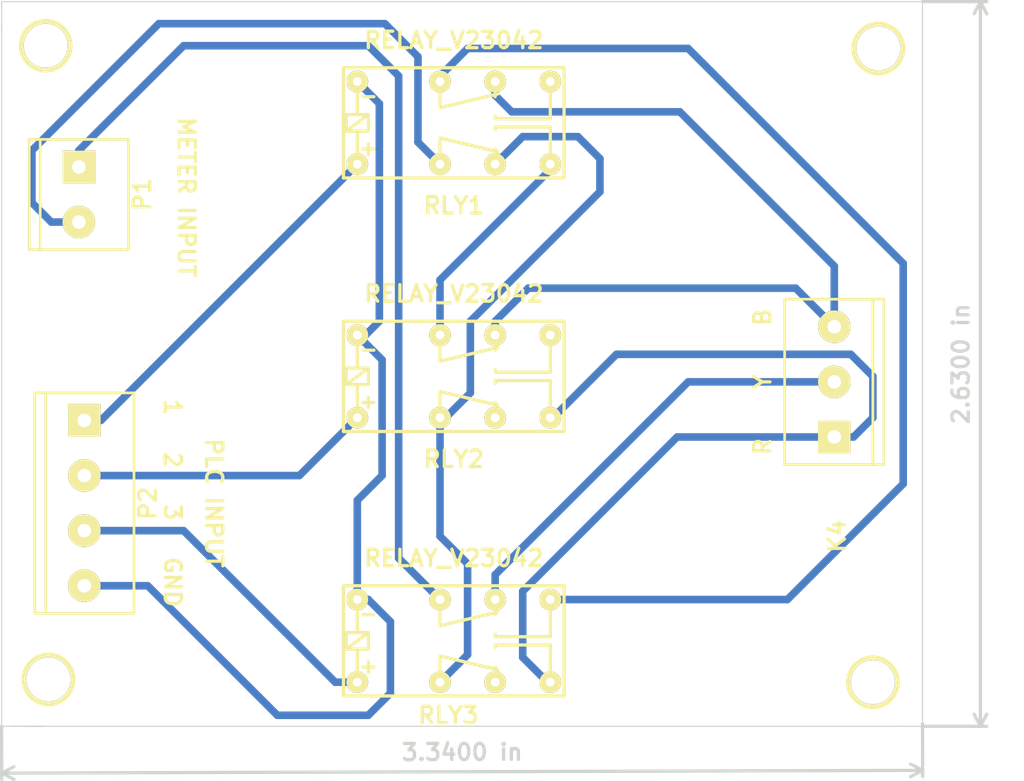
<source format=kicad_pcb>
(kicad_pcb (version 3) (host pcbnew "(2013-07-07 BZR 4022)-stable")

  (general
    (links 17)
    (no_connects 0)
    (area 121.5136 100.4316 221.040582 174.15)
    (thickness 1.6)
    (drawings 22)
    (tracks 82)
    (zones 0)
    (modules 10)
    (nets 13)
  )

  (page A3)
  (layers
    (15 F.Cu signal)
    (0 B.Cu signal)
    (16 B.Adhes user)
    (17 F.Adhes user)
    (18 B.Paste user)
    (19 F.Paste user)
    (20 B.SilkS user)
    (21 F.SilkS user)
    (22 B.Mask user)
    (23 F.Mask user)
    (24 Dwgs.User user)
    (25 Cmts.User user)
    (26 Eco1.User user)
    (27 Eco2.User user)
    (28 Edge.Cuts user)
  )

  (setup
    (last_trace_width 0.7)
    (trace_clearance 0.254)
    (zone_clearance 0.508)
    (zone_45_only no)
    (trace_min 0.254)
    (segment_width 0.2)
    (edge_width 0.1)
    (via_size 0.889)
    (via_drill 0.635)
    (via_min_size 0.889)
    (via_min_drill 0.508)
    (uvia_size 0.508)
    (uvia_drill 0.127)
    (uvias_allowed no)
    (uvia_min_size 0.508)
    (uvia_min_drill 0.127)
    (pcb_text_width 0.3)
    (pcb_text_size 1.5 1.5)
    (mod_edge_width 0.15)
    (mod_text_size 1 1)
    (mod_text_width 0.15)
    (pad_size 4.064 4.064)
    (pad_drill 4)
    (pad_to_mask_clearance 0)
    (aux_axis_origin 0 0)
    (visible_elements 7FFFFFFF)
    (pcbplotparams
      (layerselection 276070401)
      (usegerberextensions true)
      (excludeedgelayer true)
      (linewidth 0.150000)
      (plotframeref false)
      (viasonmask false)
      (mode 1)
      (useauxorigin false)
      (hpglpennumber 1)
      (hpglpenspeed 20)
      (hpglpendiameter 15)
      (hpglpenoverlay 2)
      (psnegative false)
      (psa4output false)
      (plotreference true)
      (plotvalue true)
      (plotothertext true)
      (plotinvisibletext false)
      (padsonsilk false)
      (subtractmaskfromsilk false)
      (outputformat 1)
      (mirror false)
      (drillshape 0)
      (scaleselection 1)
      (outputdirectory gerber/))
  )

  (net 0 "")
  (net 1 /B)
  (net 2 /GND)
  (net 3 /K1)
  (net 4 /K2)
  (net 5 /K3)
  (net 6 /M1)
  (net 7 /M2)
  (net 8 /R)
  (net 9 /R1_NC)
  (net 10 /R1_NC_R2_NC)
  (net 11 /R3_NO)
  (net 12 /Y)

  (net_class Default "This is the default net class."
    (clearance 0.254)
    (trace_width 0.7)
    (via_dia 0.889)
    (via_drill 0.635)
    (uvia_dia 0.508)
    (uvia_drill 0.127)
    (add_net "")
    (add_net /B)
    (add_net /GND)
    (add_net /K1)
    (add_net /K2)
    (add_net /K3)
    (add_net /M1)
    (add_net /M2)
    (add_net /R)
    (add_net /R1_NC)
    (add_net /R1_NC_R2_NC)
    (add_net /R3_NO)
    (add_net /Y)
  )

  (module relay_V23042 (layer F.Cu) (tedit 4B90E23C) (tstamp 553038B6)
    (at 163.068 109.22)
    (descr "relay, V23042 series")
    (path /552F99C1)
    (fp_text reference RLY1 (at 0 7.62) (layer F.SilkS)
      (effects (font (size 1.524 1.524) (thickness 0.3048)))
    )
    (fp_text value RELAY_V23042 (at 0 -7.62) (layer F.SilkS)
      (effects (font (size 1.524 1.524) (thickness 0.3048)))
    )
    (fp_line (start 3.81 0.381) (end 3.81 0.635) (layer F.SilkS) (width 0.3048))
    (fp_line (start 3.81 -0.381) (end 3.81 -0.635) (layer F.SilkS) (width 0.3048))
    (fp_line (start -1.27 -1.397) (end 4.064 -2.667) (layer F.SilkS) (width 0.3048))
    (fp_line (start 3.81 -2.413) (end 3.81 -3.81) (layer F.SilkS) (width 0.3048))
    (fp_line (start 8.89 -0.381) (end 3.81 -0.381) (layer F.SilkS) (width 0.3048))
    (fp_line (start 8.89 -0.381) (end 8.89 -3.81) (layer F.SilkS) (width 0.3048))
    (fp_line (start -1.27 -1.397) (end -1.27 -3.81) (layer F.SilkS) (width 0.3048))
    (fp_line (start -1.27 3.81) (end -1.27 1.397) (layer F.SilkS) (width 0.3048))
    (fp_line (start -1.27 1.397) (end 4.064 2.667) (layer F.SilkS) (width 0.3048))
    (fp_line (start 8.89 3.81) (end 8.89 0.381) (layer F.SilkS) (width 0.3048))
    (fp_line (start 8.89 0.381) (end 3.81 0.381) (layer F.SilkS) (width 0.3048))
    (fp_line (start 3.81 3.81) (end 3.81 2.413) (layer F.SilkS) (width 0.3048))
    (fp_line (start -7.366 -2.413) (end -8.382 -2.413) (layer F.SilkS) (width 0.3048))
    (fp_line (start -7.366 2.413) (end -8.382 2.413) (layer F.SilkS) (width 0.3048))
    (fp_line (start -7.874 1.905) (end -7.874 2.921) (layer F.SilkS) (width 0.3048))
    (fp_line (start -8.89 3.81) (end -8.89 0.762) (layer F.SilkS) (width 0.3048))
    (fp_line (start -8.89 -3.81) (end -8.89 -0.762) (layer F.SilkS) (width 0.3048))
    (fp_line (start -9.906 0.762) (end -7.874 -0.762) (layer F.SilkS) (width 0.3048))
    (fp_line (start -9.906 -0.762) (end -7.874 -0.762) (layer F.SilkS) (width 0.3048))
    (fp_line (start -7.874 -0.762) (end -7.874 0.762) (layer F.SilkS) (width 0.3048))
    (fp_line (start -7.874 0.762) (end -9.906 0.762) (layer F.SilkS) (width 0.3048))
    (fp_line (start -9.906 0.762) (end -9.906 -0.762) (layer F.SilkS) (width 0.3048))
    (fp_line (start -10.16 -5.08) (end -10.16 5.08) (layer F.SilkS) (width 0.3048))
    (fp_line (start -10.16 5.08) (end 10.16 5.08) (layer F.SilkS) (width 0.3048))
    (fp_line (start 10.16 5.08) (end 10.16 -5.08) (layer F.SilkS) (width 0.3048))
    (fp_line (start 10.16 -5.08) (end -10.16 -5.08) (layer F.SilkS) (width 0.3048))
    (pad 1 thru_hole circle (at -8.89 3.81) (size 1.99898 1.99898) (drill 0.8001)
      (layers *.Cu *.Mask F.SilkS)
      (net 3 /K1)
    )
    (pad 4 thru_hole circle (at -1.27 3.81) (size 1.99898 1.99898) (drill 0.8001)
      (layers *.Cu *.Mask F.SilkS)
      (net 6 /M1)
    )
    (pad 6 thru_hole circle (at 3.81 3.81) (size 1.99898 1.99898) (drill 0.8001)
      (layers *.Cu *.Mask F.SilkS)
      (net 9 /R1_NC)
    )
    (pad 8 thru_hole circle (at 8.89 3.81) (size 1.99898 1.99898) (drill 0.8001)
      (layers *.Cu *.Mask F.SilkS)
      (net 10 /R1_NC_R2_NC)
    )
    (pad 9 thru_hole circle (at 8.89 -3.81) (size 1.99898 1.99898) (drill 0.8001)
      (layers *.Cu *.Mask F.SilkS)
    )
    (pad 11 thru_hole circle (at 3.81 -3.81) (size 1.99898 1.99898) (drill 0.8001)
      (layers *.Cu *.Mask F.SilkS)
      (net 8 /R)
    )
    (pad 13 thru_hole circle (at -1.27 -3.81) (size 1.99898 1.99898) (drill 0.8001)
      (layers *.Cu *.Mask F.SilkS)
      (net 11 /R3_NO)
    )
    (pad 16 thru_hole circle (at -8.89 -3.81) (size 1.99898 1.99898) (drill 0.8001)
      (layers *.Cu *.Mask F.SilkS)
      (net 2 /GND)
    )
    (model walter/relay/relay_V23042.wrl
      (at (xyz 0 0 0))
      (scale (xyz 1 1 1))
      (rotate (xyz 0 0 0))
    )
  )

  (module relay_V23042 (layer F.Cu) (tedit 4B90E23C) (tstamp 553038DC)
    (at 163.068 132.588)
    (descr "relay, V23042 series")
    (path /552F9A2F)
    (fp_text reference RLY2 (at 0 7.62) (layer F.SilkS)
      (effects (font (size 1.524 1.524) (thickness 0.3048)))
    )
    (fp_text value RELAY_V23042 (at 0 -7.62) (layer F.SilkS)
      (effects (font (size 1.524 1.524) (thickness 0.3048)))
    )
    (fp_line (start 3.81 0.381) (end 3.81 0.635) (layer F.SilkS) (width 0.3048))
    (fp_line (start 3.81 -0.381) (end 3.81 -0.635) (layer F.SilkS) (width 0.3048))
    (fp_line (start -1.27 -1.397) (end 4.064 -2.667) (layer F.SilkS) (width 0.3048))
    (fp_line (start 3.81 -2.413) (end 3.81 -3.81) (layer F.SilkS) (width 0.3048))
    (fp_line (start 8.89 -0.381) (end 3.81 -0.381) (layer F.SilkS) (width 0.3048))
    (fp_line (start 8.89 -0.381) (end 8.89 -3.81) (layer F.SilkS) (width 0.3048))
    (fp_line (start -1.27 -1.397) (end -1.27 -3.81) (layer F.SilkS) (width 0.3048))
    (fp_line (start -1.27 3.81) (end -1.27 1.397) (layer F.SilkS) (width 0.3048))
    (fp_line (start -1.27 1.397) (end 4.064 2.667) (layer F.SilkS) (width 0.3048))
    (fp_line (start 8.89 3.81) (end 8.89 0.381) (layer F.SilkS) (width 0.3048))
    (fp_line (start 8.89 0.381) (end 3.81 0.381) (layer F.SilkS) (width 0.3048))
    (fp_line (start 3.81 3.81) (end 3.81 2.413) (layer F.SilkS) (width 0.3048))
    (fp_line (start -7.366 -2.413) (end -8.382 -2.413) (layer F.SilkS) (width 0.3048))
    (fp_line (start -7.366 2.413) (end -8.382 2.413) (layer F.SilkS) (width 0.3048))
    (fp_line (start -7.874 1.905) (end -7.874 2.921) (layer F.SilkS) (width 0.3048))
    (fp_line (start -8.89 3.81) (end -8.89 0.762) (layer F.SilkS) (width 0.3048))
    (fp_line (start -8.89 -3.81) (end -8.89 -0.762) (layer F.SilkS) (width 0.3048))
    (fp_line (start -9.906 0.762) (end -7.874 -0.762) (layer F.SilkS) (width 0.3048))
    (fp_line (start -9.906 -0.762) (end -7.874 -0.762) (layer F.SilkS) (width 0.3048))
    (fp_line (start -7.874 -0.762) (end -7.874 0.762) (layer F.SilkS) (width 0.3048))
    (fp_line (start -7.874 0.762) (end -9.906 0.762) (layer F.SilkS) (width 0.3048))
    (fp_line (start -9.906 0.762) (end -9.906 -0.762) (layer F.SilkS) (width 0.3048))
    (fp_line (start -10.16 -5.08) (end -10.16 5.08) (layer F.SilkS) (width 0.3048))
    (fp_line (start -10.16 5.08) (end 10.16 5.08) (layer F.SilkS) (width 0.3048))
    (fp_line (start 10.16 5.08) (end 10.16 -5.08) (layer F.SilkS) (width 0.3048))
    (fp_line (start 10.16 -5.08) (end -10.16 -5.08) (layer F.SilkS) (width 0.3048))
    (pad 1 thru_hole circle (at -8.89 3.81) (size 1.99898 1.99898) (drill 0.8001)
      (layers *.Cu *.Mask F.SilkS)
      (net 4 /K2)
    )
    (pad 4 thru_hole circle (at -1.27 3.81) (size 1.99898 1.99898) (drill 0.8001)
      (layers *.Cu *.Mask F.SilkS)
      (net 9 /R1_NC)
    )
    (pad 6 thru_hole circle (at 3.81 3.81) (size 1.99898 1.99898) (drill 0.8001)
      (layers *.Cu *.Mask F.SilkS)
    )
    (pad 8 thru_hole circle (at 8.89 3.81) (size 1.99898 1.99898) (drill 0.8001)
      (layers *.Cu *.Mask F.SilkS)
      (net 1 /B)
    )
    (pad 9 thru_hole circle (at 8.89 -3.81) (size 1.99898 1.99898) (drill 0.8001)
      (layers *.Cu *.Mask F.SilkS)
    )
    (pad 11 thru_hole circle (at 3.81 -3.81) (size 1.99898 1.99898) (drill 0.8001)
      (layers *.Cu *.Mask F.SilkS)
      (net 8 /R)
    )
    (pad 13 thru_hole circle (at -1.27 -3.81) (size 1.99898 1.99898) (drill 0.8001)
      (layers *.Cu *.Mask F.SilkS)
      (net 10 /R1_NC_R2_NC)
    )
    (pad 16 thru_hole circle (at -8.89 -3.81) (size 1.99898 1.99898) (drill 0.8001)
      (layers *.Cu *.Mask F.SilkS)
      (net 2 /GND)
    )
    (model walter/relay/relay_V23042.wrl
      (at (xyz 0 0 0))
      (scale (xyz 1 1 1))
      (rotate (xyz 0 0 0))
    )
  )

  (module relay_V23042 (layer F.Cu) (tedit 553112D3) (tstamp 55303902)
    (at 163.068 156.972)
    (descr "relay, V23042 series")
    (path /552F9A9C)
    (fp_text reference RLY3 (at -0.508 6.858) (layer F.SilkS)
      (effects (font (size 1.524 1.524) (thickness 0.3048)))
    )
    (fp_text value RELAY_V23042 (at 0 -7.62) (layer F.SilkS)
      (effects (font (size 1.524 1.524) (thickness 0.3048)))
    )
    (fp_line (start 3.81 0.381) (end 3.81 0.635) (layer F.SilkS) (width 0.3048))
    (fp_line (start 3.81 -0.381) (end 3.81 -0.635) (layer F.SilkS) (width 0.3048))
    (fp_line (start -1.27 -1.397) (end 4.064 -2.667) (layer F.SilkS) (width 0.3048))
    (fp_line (start 3.81 -2.413) (end 3.81 -3.81) (layer F.SilkS) (width 0.3048))
    (fp_line (start 8.89 -0.381) (end 3.81 -0.381) (layer F.SilkS) (width 0.3048))
    (fp_line (start 8.89 -0.381) (end 8.89 -3.81) (layer F.SilkS) (width 0.3048))
    (fp_line (start -1.27 -1.397) (end -1.27 -3.81) (layer F.SilkS) (width 0.3048))
    (fp_line (start -1.27 3.81) (end -1.27 1.397) (layer F.SilkS) (width 0.3048))
    (fp_line (start -1.27 1.397) (end 4.064 2.667) (layer F.SilkS) (width 0.3048))
    (fp_line (start 8.89 3.81) (end 8.89 0.381) (layer F.SilkS) (width 0.3048))
    (fp_line (start 8.89 0.381) (end 3.81 0.381) (layer F.SilkS) (width 0.3048))
    (fp_line (start 3.81 3.81) (end 3.81 2.413) (layer F.SilkS) (width 0.3048))
    (fp_line (start -7.366 -2.413) (end -8.382 -2.413) (layer F.SilkS) (width 0.3048))
    (fp_line (start -7.366 2.413) (end -8.382 2.413) (layer F.SilkS) (width 0.3048))
    (fp_line (start -7.874 1.905) (end -7.874 2.921) (layer F.SilkS) (width 0.3048))
    (fp_line (start -8.89 3.81) (end -8.89 0.762) (layer F.SilkS) (width 0.3048))
    (fp_line (start -8.89 -3.81) (end -8.89 -0.762) (layer F.SilkS) (width 0.3048))
    (fp_line (start -9.906 0.762) (end -7.874 -0.762) (layer F.SilkS) (width 0.3048))
    (fp_line (start -9.906 -0.762) (end -7.874 -0.762) (layer F.SilkS) (width 0.3048))
    (fp_line (start -7.874 -0.762) (end -7.874 0.762) (layer F.SilkS) (width 0.3048))
    (fp_line (start -7.874 0.762) (end -9.906 0.762) (layer F.SilkS) (width 0.3048))
    (fp_line (start -9.906 0.762) (end -9.906 -0.762) (layer F.SilkS) (width 0.3048))
    (fp_line (start -10.16 -5.08) (end -10.16 5.08) (layer F.SilkS) (width 0.3048))
    (fp_line (start -10.16 5.08) (end 10.16 5.08) (layer F.SilkS) (width 0.3048))
    (fp_line (start 10.16 5.08) (end 10.16 -5.08) (layer F.SilkS) (width 0.3048))
    (fp_line (start 10.16 -5.08) (end -10.16 -5.08) (layer F.SilkS) (width 0.3048))
    (pad 1 thru_hole circle (at -8.89 3.81) (size 1.99898 1.99898) (drill 0.8001)
      (layers *.Cu *.Mask F.SilkS)
      (net 5 /K3)
    )
    (pad 4 thru_hole circle (at -1.27 3.81) (size 1.99898 1.99898) (drill 0.8001)
      (layers *.Cu *.Mask F.SilkS)
      (net 9 /R1_NC)
    )
    (pad 6 thru_hole circle (at 3.81 3.81) (size 1.99898 1.99898) (drill 0.8001)
      (layers *.Cu *.Mask F.SilkS)
    )
    (pad 8 thru_hole circle (at 8.89 3.81) (size 1.99898 1.99898) (drill 0.8001)
      (layers *.Cu *.Mask F.SilkS)
      (net 1 /B)
    )
    (pad 9 thru_hole circle (at 8.89 -3.81) (size 1.99898 1.99898) (drill 0.8001)
      (layers *.Cu *.Mask F.SilkS)
      (net 11 /R3_NO)
    )
    (pad 11 thru_hole circle (at 3.81 -3.81) (size 1.99898 1.99898) (drill 0.8001)
      (layers *.Cu *.Mask F.SilkS)
      (net 12 /Y)
    )
    (pad 13 thru_hole circle (at -1.27 -3.81) (size 1.99898 1.99898) (drill 0.8001)
      (layers *.Cu *.Mask F.SilkS)
      (net 7 /M2)
    )
    (pad 16 thru_hole circle (at -8.89 -3.81) (size 1.99898 1.99898) (drill 0.8001)
      (layers *.Cu *.Mask F.SilkS)
      (net 2 /GND)
    )
    (model walter/relay/relay_V23042.wrl
      (at (xyz 0 0 0))
      (scale (xyz 1 1 1))
      (rotate (xyz 0 0 0))
    )
  )

  (module mors_3p (layer F.Cu) (tedit 55311158) (tstamp 55303912)
    (at 198.12 133.096 90)
    (descr "Terminal block 3 pins")
    (tags DEV)
    (path /552F7A32)
    (fp_text reference K4 (at -14.224 0.254 90) (layer F.SilkS)
      (effects (font (size 1.524 1.524) (thickness 0.3048)))
    )
    (fp_text value CONN_3 (at 0 5.842 90) (layer F.SilkS) hide
      (effects (font (size 1.524 1.524) (thickness 0.3048)))
    )
    (fp_line (start -7.62 4.572) (end -7.62 3.556) (layer F.SilkS) (width 0.254))
    (fp_line (start -7.62 3.556) (end 7.62 3.556) (layer F.SilkS) (width 0.254))
    (fp_line (start 7.62 3.556) (end 7.62 4.572) (layer F.SilkS) (width 0.254))
    (fp_line (start 7.62 4.572) (end -7.62 4.572) (layer F.SilkS) (width 0.254))
    (fp_line (start -7.62 -4.572) (end -7.62 -3.81) (layer F.SilkS) (width 0.254))
    (fp_line (start -7.62 -4.572) (end 7.62 -4.572) (layer F.SilkS) (width 0.254))
    (fp_line (start 7.62 -4.572) (end 7.62 -3.81) (layer F.SilkS) (width 0.254))
    (fp_line (start -7.62 3.81) (end -7.62 -3.81) (layer F.SilkS) (width 0.254))
    (fp_line (start 7.62 3.81) (end 7.62 -3.81) (layer F.SilkS) (width 0.254))
    (pad 1 thru_hole rect (at -5.08 0 90) (size 2.99974 2.99974) (drill 1.24968)
      (layers *.Cu *.Mask F.SilkS)
      (net 1 /B)
    )
    (pad 2 thru_hole circle (at 0 0 90) (size 2.99974 2.99974) (drill 1.24968)
      (layers *.Cu *.Mask F.SilkS)
      (net 12 /Y)
    )
    (pad 3 thru_hole circle (at 5.08 0 90) (size 2.99974 2.99974) (drill 1.24968)
      (layers *.Cu *.Mask F.SilkS)
      (net 8 /R)
    )
    (model walter/conn_screw/mors_3p.wrl
      (at (xyz 0 0 0))
      (scale (xyz 1 1 1))
      (rotate (xyz 0 0 0))
    )
  )

  (module mors_2p (layer F.Cu) (tedit 55311140) (tstamp 55303931)
    (at 128.524 115.824 270)
    (descr "Terminal block 2 pins")
    (tags DEV)
    (path /552F79C6)
    (fp_text reference P1 (at 0 -5.842 270) (layer F.SilkS)
      (effects (font (size 1.524 1.524) (thickness 0.3048)))
    )
    (fp_text value CONN_2 (at 0 5.842 270) (layer F.SilkS) hide
      (effects (font (size 1.524 1.524) (thickness 0.3048)))
    )
    (fp_line (start 5.08 -3.81) (end 5.08 -4.572) (layer F.SilkS) (width 0.254))
    (fp_line (start 5.08 -4.572) (end -5.08 -4.572) (layer F.SilkS) (width 0.254))
    (fp_line (start -5.08 -4.572) (end -5.08 -3.81) (layer F.SilkS) (width 0.254))
    (fp_line (start 5.08 4.572) (end -5.08 4.572) (layer F.SilkS) (width 0.254))
    (fp_line (start -5.08 4.572) (end -5.08 3.556) (layer F.SilkS) (width 0.254))
    (fp_line (start -5.08 3.556) (end 5.08 3.556) (layer F.SilkS) (width 0.254))
    (fp_line (start 5.08 3.556) (end 5.08 4.572) (layer F.SilkS) (width 0.254))
    (fp_line (start 5.08 3.81) (end 5.08 -3.81) (layer F.SilkS) (width 0.254))
    (fp_line (start -5.08 -3.81) (end -5.08 3.81) (layer F.SilkS) (width 0.254))
    (pad 1 thru_hole rect (at -2.54 0 270) (size 2.99974 2.99974) (drill 1.24968)
      (layers *.Cu *.Mask F.SilkS)
      (net 7 /M2)
    )
    (pad 2 thru_hole circle (at 2.54 0 270) (size 2.99974 2.99974) (drill 1.24968)
      (layers *.Cu *.Mask F.SilkS)
      (net 6 /M1)
    )
    (model walter/conn_screw/mors_2p.wrl
      (at (xyz 0 0 0))
      (scale (xyz 1 1 1))
      (rotate (xyz 0 0 0))
    )
  )

  (module mors_4p (layer F.Cu) (tedit 55311146) (tstamp 55303922)
    (at 129.032 144.272 270)
    (descr "Terminal block 4 pins")
    (tags DEV)
    (path /552F7AD5)
    (fp_text reference P2 (at 0 -5.842 270) (layer F.SilkS)
      (effects (font (size 1.524 1.524) (thickness 0.3048)))
    )
    (fp_text value CONN_4 (at 0 5.842 270) (layer F.SilkS) hide
      (effects (font (size 1.524 1.524) (thickness 0.3048)))
    )
    (fp_line (start 10.16 4.572) (end -10.16 4.572) (layer F.SilkS) (width 0.254))
    (fp_line (start 10.16 -4.572) (end -10.16 -4.572) (layer F.SilkS) (width 0.254))
    (fp_line (start -10.16 3.556) (end 10.16 3.556) (layer F.SilkS) (width 0.254))
    (fp_line (start 10.16 -4.572) (end 10.16 4.572) (layer F.SilkS) (width 0.254))
    (fp_line (start -10.16 4.572) (end -10.16 3.556) (layer F.SilkS) (width 0.254))
    (fp_line (start -10.16 -4.572) (end -10.16 -3.81) (layer F.SilkS) (width 0.254))
    (fp_line (start -10.16 3.81) (end -10.16 -3.81) (layer F.SilkS) (width 0.254))
    (pad 1 thru_hole rect (at -7.62 0 270) (size 2.99974 2.99974) (drill 1.24968)
      (layers *.Cu *.Mask F.SilkS)
      (net 3 /K1)
    )
    (pad 2 thru_hole circle (at -2.54 0 270) (size 2.99974 2.99974) (drill 1.24968)
      (layers *.Cu *.Mask F.SilkS)
      (net 4 /K2)
    )
    (pad 3 thru_hole circle (at 2.54 0 270) (size 2.99974 2.99974) (drill 1.24968)
      (layers *.Cu *.Mask F.SilkS)
      (net 5 /K3)
    )
    (pad 4 thru_hole circle (at 7.62 0 270) (size 2.99974 2.99974) (drill 1.24968)
      (layers *.Cu *.Mask F.SilkS)
      (net 2 /GND)
    )
    (model walter/conn_screw/mors_4p.wrl
      (at (xyz 0 0 0))
      (scale (xyz 1 1 1))
      (rotate (xyz 0 0 0))
    )
  )

  (module 1pin (layer F.Cu) (tedit 55311270) (tstamp 553127FB)
    (at 202.184 102.362)
    (descr "module 1 pin (ou trou mecanique de percage)")
    (tags DEV)
    (path 1pin)
    (fp_text reference 1PIN (at 0 -3.048) (layer F.SilkS) hide
      (effects (font (size 1.016 1.016) (thickness 0.254)))
    )
    (fp_text value P*** (at 0 2.794) (layer F.SilkS) hide
      (effects (font (size 1.016 1.016) (thickness 0.254)))
    )
    (fp_circle (center 0 0) (end 0 -2.286) (layer F.SilkS) (width 0.381))
    (pad 1 thru_hole circle (at 0 0) (size 4.064 4.064) (drill 4)
      (layers *.Cu *.Mask F.SilkS)
    )
  )

  (module 1pin (layer F.Cu) (tedit 55311292) (tstamp 55312813)
    (at 201.676 160.782)
    (descr "module 1 pin (ou trou mecanique de percage)")
    (tags DEV)
    (path 1pin)
    (fp_text reference 1PIN (at 0 -3.048) (layer F.SilkS) hide
      (effects (font (size 1.016 1.016) (thickness 0.254)))
    )
    (fp_text value P*** (at 0 2.794) (layer F.SilkS) hide
      (effects (font (size 1.016 1.016) (thickness 0.254)))
    )
    (fp_circle (center 0 0) (end 0 -2.286) (layer F.SilkS) (width 0.381))
    (pad 1 thru_hole circle (at 0 0) (size 4.064 4.064) (drill 4)
      (layers *.Cu *.Mask F.SilkS)
    )
  )

  (module 1pin (layer F.Cu) (tedit 553112AE) (tstamp 5531282E)
    (at 125.476 102.108)
    (descr "module 1 pin (ou trou mecanique de percage)")
    (tags DEV)
    (path 1pin)
    (fp_text reference 1PIN (at 0 -3.048) (layer F.SilkS) hide
      (effects (font (size 1.016 1.016) (thickness 0.254)))
    )
    (fp_text value P*** (at 0 2.794) (layer F.SilkS) hide
      (effects (font (size 1.016 1.016) (thickness 0.254)))
    )
    (fp_circle (center 0 0) (end 0 -2.286) (layer F.SilkS) (width 0.381))
    (pad 1 thru_hole circle (at 0 0) (size 4.064 4.064) (drill 4)
      (layers *.Cu *.Mask F.SilkS)
    )
  )

  (module 1pin (layer F.Cu) (tedit 553112CA) (tstamp 55312846)
    (at 125.73 160.528)
    (descr "module 1 pin (ou trou mecanique de percage)")
    (tags DEV)
    (path 1pin)
    (fp_text reference 1PIN (at 0 -3.048) (layer F.SilkS) hide
      (effects (font (size 1.016 1.016) (thickness 0.254)))
    )
    (fp_text value P*** (at 0 2.794) (layer F.SilkS) hide
      (effects (font (size 1.016 1.016) (thickness 0.254)))
    )
    (fp_circle (center 0 0) (end 0 -2.286) (layer F.SilkS) (width 0.381))
    (pad 1 thru_hole circle (at 0 0) (size 4.064 4.064) (drill 4)
      (layers *.Cu *.Mask F.SilkS)
    )
  )

  (dimension 84.83638 (width 0.3) (layer Edge.Cuts)
    (gr_text "84.836 mm" (at 163.846966 170.386193 0.1715437375) (layer Edge.Cuts)
      (effects (font (size 1.5 1.5) (thickness 0.3)))
    )
    (feature1 (pts (xy 206.248 164.592) (xy 206.269008 171.609187)))
    (feature2 (pts (xy 121.412 164.846) (xy 121.433008 171.863187)))
    (crossbar (pts (xy 121.424925 169.1632) (xy 206.260925 168.9092)))
    (arrow1a (pts (xy 206.260925 168.9092) (xy 205.136183 169.49899)))
    (arrow1b (pts (xy 206.260925 168.9092) (xy 205.132671 168.326155)))
    (arrow2a (pts (xy 121.424925 169.1632) (xy 122.553179 169.746245)))
    (arrow2b (pts (xy 121.424925 169.1632) (xy 122.549667 168.57341)))
  )
  (dimension 66.802 (width 0.3) (layer Edge.Cuts)
    (gr_text "66.802 mm" (at 212.931999 131.445 270) (layer Edge.Cuts)
      (effects (font (size 1.5 1.5) (thickness 0.3)))
    )
    (feature1 (pts (xy 206.248 164.846) (xy 214.281999 164.846)))
    (feature2 (pts (xy 206.248 98.044) (xy 214.281999 98.044)))
    (crossbar (pts (xy 211.581999 98.044) (xy 211.581999 164.846)))
    (arrow1a (pts (xy 211.581999 164.846) (xy 210.995579 163.719497)))
    (arrow1b (pts (xy 211.581999 164.846) (xy 212.168419 163.719497)))
    (arrow2a (pts (xy 211.581999 98.044) (xy 210.995579 99.170503)))
    (arrow2b (pts (xy 211.581999 98.044) (xy 212.168419 99.170503)))
  )
  (gr_line (start 206.248 98.044) (end 206.248 100.584) (angle 90) (layer Edge.Cuts) (width 0.1))
  (gr_line (start 204.216 98.044) (end 206.248 98.044) (angle 90) (layer Edge.Cuts) (width 0.1))
  (gr_line (start 204.216 164.846) (end 206.248 164.846) (angle 90) (layer Edge.Cuts) (width 0.1))
  (gr_line (start 122.682 164.846) (end 121.412 164.846) (angle 90) (layer Edge.Cuts) (width 0.1))
  (gr_line (start 121.412 98.044) (end 122.428 98.044) (angle 90) (layer Edge.Cuts) (width 0.1))
  (gr_line (start 121.412 100.584) (end 121.412 98.044) (angle 90) (layer Edge.Cuts) (width 0.1))
  (gr_text "PLC INPUT\n" (at 140.97 144.272 270) (layer F.SilkS)
    (effects (font (size 1.5 1.5) (thickness 0.3)))
  )
  (gr_text "METER INPUT" (at 138.43 116.078 270) (layer F.SilkS)
    (effects (font (size 1.5 1.5) (thickness 0.3)))
  )
  (gr_text "1   2   3   GND" (at 137.16 144.272 270) (layer F.SilkS)
    (effects (font (size 1.5 1.5) (thickness 0.3)))
  )
  (gr_text "R    Y    B" (at 191.516 133.096 90) (layer F.SilkS)
    (effects (font (size 1.5 1.5) (thickness 0.3)))
  )
  (gr_line (start 123.19 164.846) (end 125.476 164.846) (angle 90) (layer Edge.Cuts) (width 0.1))
  (gr_line (start 122.428 164.846) (end 123.698 164.846) (angle 90) (layer Edge.Cuts) (width 0.1))
  (gr_line (start 123.698 164.846) (end 122.428 164.846) (angle 90) (layer Edge.Cuts) (width 0.1))
  (gr_line (start 123.444 164.846) (end 122.428 164.846) (angle 90) (layer Edge.Cuts) (width 0.1))
  (gr_line (start 122.936 164.846) (end 122.428 164.846) (angle 90) (layer Edge.Cuts) (width 0.1))
  (gr_line (start 124.206 164.846) (end 122.428 164.846) (angle 90) (layer Edge.Cuts) (width 0.1))
  (gr_line (start 121.412 100.33) (end 121.412 164.846) (angle 90) (layer Edge.Cuts) (width 0.1))
  (gr_line (start 204.216 98.044) (end 122.428 98.044) (angle 90) (layer Edge.Cuts) (width 0.1))
  (gr_line (start 206.248 164.846) (end 206.248 100.584) (angle 90) (layer Edge.Cuts) (width 0.1))
  (gr_line (start 124.206 164.846) (end 204.216 164.846) (angle 90) (layer Edge.Cuts) (width 0.1))

  (segment (start 171.958 136.398) (end 172.212 136.398) (width 0.7) (layer B.Cu) (net 1))
  (segment (start 199.898 138.176) (end 198.12 138.176) (width 0.7) (layer B.Cu) (net 1) (tstamp 5549E676))
  (segment (start 201.676 136.398) (end 199.898 138.176) (width 0.7) (layer B.Cu) (net 1) (tstamp 5549E675))
  (segment (start 201.676 132.588) (end 201.676 136.398) (width 0.7) (layer B.Cu) (net 1) (tstamp 5549E674))
  (segment (start 199.644 130.556) (end 201.676 132.588) (width 0.7) (layer B.Cu) (net 1) (tstamp 5549E673))
  (segment (start 178.054 130.556) (end 199.644 130.556) (width 0.7) (layer B.Cu) (net 1) (tstamp 5549E66F))
  (segment (start 172.212 136.398) (end 178.054 130.556) (width 0.7) (layer B.Cu) (net 1) (tstamp 5549E660))
  (segment (start 171.958 160.782) (end 171.704 160.782) (width 0.7) (layer B.Cu) (net 1))
  (segment (start 183.642 138.176) (end 198.12 138.176) (width 0.7) (layer B.Cu) (net 1) (tstamp 5549E657))
  (segment (start 169.418 152.4) (end 183.642 138.176) (width 0.7) (layer B.Cu) (net 1) (tstamp 5549E654))
  (segment (start 169.418 158.496) (end 169.418 152.4) (width 0.7) (layer B.Cu) (net 1) (tstamp 5549E652))
  (segment (start 171.704 160.782) (end 169.418 158.496) (width 0.7) (layer B.Cu) (net 1) (tstamp 5549E64D))
  (segment (start 129.032 151.892) (end 134.874 151.892) (width 0.7) (layer B.Cu) (net 2))
  (segment (start 155.194 153.162) (end 154.178 153.162) (width 0.7) (layer B.Cu) (net 2) (tstamp 5549E62E))
  (segment (start 157.226 155.194) (end 155.194 153.162) (width 0.7) (layer B.Cu) (net 2) (tstamp 5549E62D))
  (segment (start 157.226 161.798) (end 157.226 155.194) (width 0.7) (layer B.Cu) (net 2) (tstamp 5549E62C))
  (segment (start 155.194 163.83) (end 157.226 161.798) (width 0.7) (layer B.Cu) (net 2) (tstamp 5549E62B))
  (segment (start 146.812 163.83) (end 155.194 163.83) (width 0.7) (layer B.Cu) (net 2) (tstamp 5549E629))
  (segment (start 134.874 151.892) (end 146.812 163.83) (width 0.7) (layer B.Cu) (net 2) (tstamp 5549E626))
  (segment (start 154.178 128.778) (end 154.94 128.778) (width 0.7) (layer B.Cu) (net 2))
  (segment (start 156.21 107.442) (end 154.178 105.41) (width 0.7) (layer B.Cu) (net 2) (tstamp 5549E5AF))
  (segment (start 156.21 127.508) (end 156.21 107.442) (width 0.7) (layer B.Cu) (net 2) (tstamp 5549E5AC))
  (segment (start 154.94 128.778) (end 156.21 127.508) (width 0.7) (layer B.Cu) (net 2) (tstamp 5549E5AA))
  (segment (start 154.178 153.162) (end 154.178 144.018) (width 0.7) (layer B.Cu) (net 2))
  (segment (start 156.464 131.064) (end 154.178 128.778) (width 0.7) (layer B.Cu) (net 2) (tstamp 5549E5A5))
  (segment (start 156.464 141.732) (end 156.464 131.064) (width 0.7) (layer B.Cu) (net 2) (tstamp 5549E5A2))
  (segment (start 154.178 144.018) (end 156.464 141.732) (width 0.7) (layer B.Cu) (net 2) (tstamp 5549E5A0))
  (segment (start 129.032 136.652) (end 130.556 136.652) (width 0.7) (layer B.Cu) (net 3))
  (segment (start 130.556 136.652) (end 154.178 113.03) (width 0.7) (layer B.Cu) (net 3) (tstamp 5549E59B))
  (segment (start 129.032 141.732) (end 148.844 141.732) (width 0.7) (layer B.Cu) (net 4))
  (segment (start 148.844 141.732) (end 154.178 136.398) (width 0.7) (layer B.Cu) (net 4) (tstamp 5549E596))
  (segment (start 129.032 146.812) (end 138.176 146.812) (width 0.7) (layer B.Cu) (net 5))
  (segment (start 152.146 160.782) (end 154.178 160.782) (width 0.7) (layer B.Cu) (net 5) (tstamp 5549E593))
  (segment (start 138.176 146.812) (end 152.146 160.782) (width 0.7) (layer B.Cu) (net 5) (tstamp 5549E590))
  (segment (start 128.524 118.364) (end 125.984 118.364) (width 0.7) (layer B.Cu) (net 6))
  (segment (start 159.766 110.998) (end 161.798 113.03) (width 0.7) (layer B.Cu) (net 6) (tstamp 5549E733))
  (segment (start 159.766 103.124) (end 159.766 110.998) (width 0.7) (layer B.Cu) (net 6) (tstamp 5549E731))
  (segment (start 156.718 100.076) (end 159.766 103.124) (width 0.7) (layer B.Cu) (net 6) (tstamp 5549E72F))
  (segment (start 135.89 100.076) (end 156.718 100.076) (width 0.7) (layer B.Cu) (net 6) (tstamp 5549E72B))
  (segment (start 124.206 111.76) (end 135.89 100.076) (width 0.7) (layer B.Cu) (net 6) (tstamp 5549E728))
  (segment (start 124.206 116.586) (end 124.206 111.76) (width 0.7) (layer B.Cu) (net 6) (tstamp 5549E726))
  (segment (start 125.984 118.364) (end 124.206 116.586) (width 0.7) (layer B.Cu) (net 6) (tstamp 5549E720))
  (segment (start 128.524 113.284) (end 128.524 111.76) (width 0.7) (layer B.Cu) (net 7))
  (segment (start 157.988 149.352) (end 161.798 153.162) (width 0.7) (layer B.Cu) (net 7) (tstamp 5549E74D))
  (segment (start 157.988 104.902) (end 157.988 149.352) (width 0.7) (layer B.Cu) (net 7) (tstamp 5549E74B))
  (segment (start 155.194 102.108) (end 157.988 104.902) (width 0.7) (layer B.Cu) (net 7) (tstamp 5549E74A))
  (segment (start 138.176 102.108) (end 155.194 102.108) (width 0.7) (layer B.Cu) (net 7) (tstamp 5549E748))
  (segment (start 128.524 111.76) (end 138.176 102.108) (width 0.7) (layer B.Cu) (net 7) (tstamp 5549E746))
  (segment (start 166.878 105.41) (end 166.878 106.68) (width 0.7) (layer B.Cu) (net 8))
  (segment (start 198.12 122.428) (end 198.12 128.016) (width 0.7) (layer B.Cu) (net 8) (tstamp 5549E696))
  (segment (start 183.896 108.204) (end 198.12 122.428) (width 0.7) (layer B.Cu) (net 8) (tstamp 5549E693))
  (segment (start 168.402 108.204) (end 183.896 108.204) (width 0.7) (layer B.Cu) (net 8) (tstamp 5549E692))
  (segment (start 166.878 106.68) (end 168.402 108.204) (width 0.7) (layer B.Cu) (net 8) (tstamp 5549E691))
  (segment (start 166.878 128.778) (end 166.878 127.508) (width 0.7) (layer B.Cu) (net 8))
  (segment (start 194.564 124.46) (end 198.12 128.016) (width 0.7) (layer B.Cu) (net 8) (tstamp 5549E5D1))
  (segment (start 169.926 124.46) (end 194.564 124.46) (width 0.7) (layer B.Cu) (net 8) (tstamp 5549E5CE))
  (segment (start 166.878 127.508) (end 169.926 124.46) (width 0.7) (layer B.Cu) (net 8) (tstamp 5549E5CD))
  (segment (start 161.798 136.398) (end 162.306 136.398) (width 0.7) (layer B.Cu) (net 9))
  (segment (start 169.418 110.49) (end 166.878 113.03) (width 0.7) (layer B.Cu) (net 9) (tstamp 5549E68A))
  (segment (start 174.498 110.49) (end 169.418 110.49) (width 0.7) (layer B.Cu) (net 9) (tstamp 5549E689))
  (segment (start 176.53 112.522) (end 174.498 110.49) (width 0.7) (layer B.Cu) (net 9) (tstamp 5549E688))
  (segment (start 176.53 115.57) (end 176.53 112.522) (width 0.7) (layer B.Cu) (net 9) (tstamp 5549E687))
  (segment (start 164.592 127.508) (end 176.53 115.57) (width 0.7) (layer B.Cu) (net 9) (tstamp 5549E685))
  (segment (start 164.592 134.112) (end 164.592 127.508) (width 0.7) (layer B.Cu) (net 9) (tstamp 5549E683))
  (segment (start 162.306 136.398) (end 164.592 134.112) (width 0.7) (layer B.Cu) (net 9) (tstamp 5549E682))
  (segment (start 161.798 136.398) (end 161.798 147.32) (width 0.7) (layer B.Cu) (net 9))
  (segment (start 164.338 158.242) (end 161.798 160.782) (width 0.7) (layer B.Cu) (net 9) (tstamp 5549E5C4))
  (segment (start 164.338 149.86) (end 164.338 158.242) (width 0.7) (layer B.Cu) (net 9) (tstamp 5549E5C3))
  (segment (start 161.798 147.32) (end 164.338 149.86) (width 0.7) (layer B.Cu) (net 9) (tstamp 5549E5C0))
  (segment (start 171.958 113.03) (end 171.958 113.538) (width 0.7) (layer B.Cu) (net 10))
  (segment (start 161.798 123.698) (end 161.798 128.778) (width 0.7) (layer B.Cu) (net 10) (tstamp 5549E5E3))
  (segment (start 171.958 113.538) (end 161.798 123.698) (width 0.7) (layer B.Cu) (net 10) (tstamp 5549E5E1))
  (segment (start 171.958 153.162) (end 193.802 153.162) (width 0.7) (layer B.Cu) (net 11))
  (segment (start 161.798 104.902) (end 161.798 105.41) (width 0.7) (layer B.Cu) (net 11) (tstamp 5549E6FF))
  (segment (start 164.338 102.362) (end 161.798 104.902) (width 0.7) (layer B.Cu) (net 11) (tstamp 5549E6FE))
  (segment (start 184.658 102.362) (end 164.338 102.362) (width 0.7) (layer B.Cu) (net 11) (tstamp 5549E6FB))
  (segment (start 204.47 122.174) (end 184.658 102.362) (width 0.7) (layer B.Cu) (net 11) (tstamp 5549E6F9))
  (segment (start 204.47 142.494) (end 204.47 122.174) (width 0.7) (layer B.Cu) (net 11) (tstamp 5549E6F7))
  (segment (start 193.802 153.162) (end 204.47 142.494) (width 0.7) (layer B.Cu) (net 11) (tstamp 5549E6F5))
  (segment (start 166.878 153.162) (end 166.878 150.876) (width 0.7) (layer B.Cu) (net 12))
  (segment (start 184.658 133.096) (end 198.12 133.096) (width 0.7) (layer B.Cu) (net 12) (tstamp 5549E5C8))
  (segment (start 166.878 150.876) (end 184.658 133.096) (width 0.7) (layer B.Cu) (net 12) (tstamp 5549E5C7))

)

</source>
